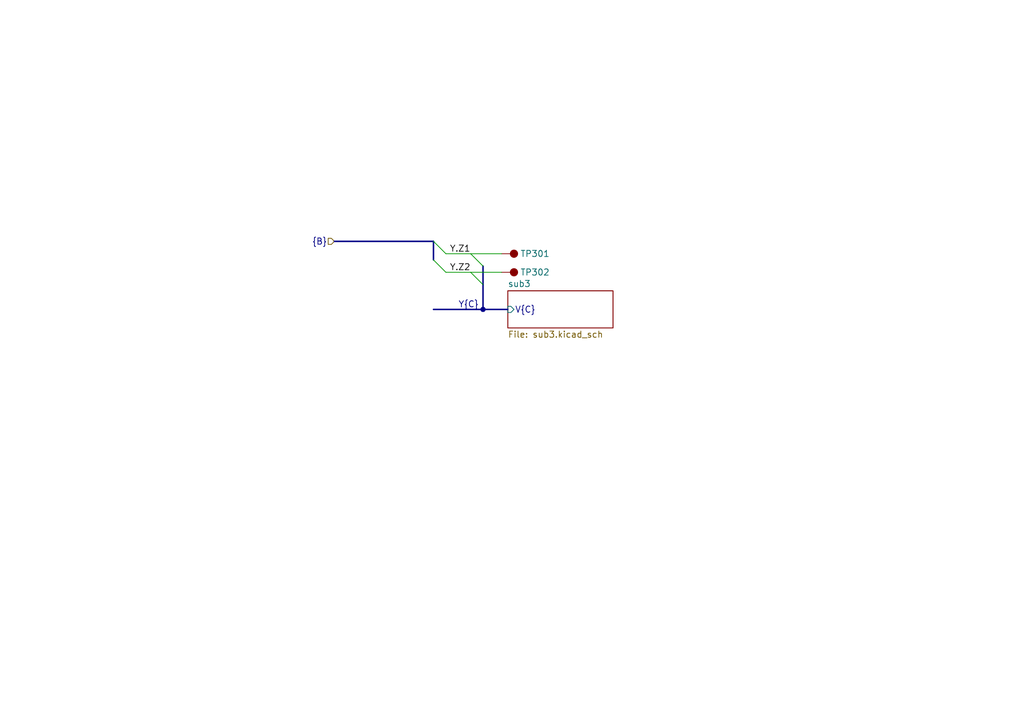
<source format=kicad_sch>
(kicad_sch (version 20231120) (generator "eeschema") (generator_version "8.0")
  (paper "A5")
  (lib_symbols
    (symbol "Mechanical:TST-01025" (pin_numbers hide) (pin_names (offset 1.016) hide) (in_bom no)
      (property "Reference" "TP" (at 3.81 0 0))
      (symbol "TST-01025_0_1"
        (circle (center 2.54 0) (radius 0.762) (fill (type outline)))
      )
      (symbol "TST-01025_1_1"
        (pin passive line (at 0 0 0) (length 2.54) (name "~") (number "1"))
      )
    )
  )
  (junction (at 99.06 63.5))
  (bus_entry (at 88.9 49.53) (size 2.54 2.54))
  (bus_entry (at 99.06 54.61) (size -2.54 -2.54))
  (bus_entry (at 91.44 55.88) (size -2.54 -2.54))
  (bus_entry (at 99.06 58.42) (size -2.54 -2.54))
  (wire (pts (xy 91.44 55.88) (xy 96.52 55.88)))
  (wire (pts (xy 96.52 52.07) (xy 102.87 52.07)))
  (bus (pts (xy 68.58 49.53) (xy 88.9 49.53)))
  (wire (pts (xy 91.44 52.07) (xy 96.52 52.07)))
  (bus (pts (xy 99.06 54.61) (xy 99.06 58.42)))
  (bus (pts (xy 99.06 63.5) (xy 104.14 63.5)))
  (bus (pts (xy 99.06 58.42) (xy 99.06 63.5)))
  (wire (pts (xy 96.52 55.88) (xy 102.87 55.88)))
  (bus (pts (xy 88.9 49.53) (xy 88.9 53.34)))
  (bus (pts (xy 88.9 63.5) (xy 99.06 63.5)))
  (label "Y.Z1" (at 96.52 52.07 180))
  (label "Y{C}" (at 93.98 63.5 0))
  (label "Y.Z2" (at 96.52 55.88 180))
  (hierarchical_label "{B}" (shape input) (at 68.58 49.53 180))
  (symbol (lib_id "Mechanical:TST-01025") (at 102.87 55.88 0) (unit 1) (in_bom no)
    (property "Reference" "TP302" (at 106.68 55.88 0) (effects (justify left)))
    (property "Value" "TST-01025" (effects (hide yes)))
    (property "Description" "Test point, 25mils" (effects (hide yes)))
  )
  (symbol (lib_id "Mechanical:TST-01025") (at 102.87 52.07 0) (unit 1) (in_bom no)
    (property "Reference" "TP301" (at 106.68 52.07 0) (effects (justify left)))
    (property "Value" "TST-01025" (effects (hide yes)))
    (property "Description" "Test point, 25mils" (effects (hide yes)))
  )
  (sheet (at 104.14 59.69) (size 21.59 7.62) (stroke (width 0.1524))
    (property "Sheetname" "sub3" (at 104.14 58.9784 0) (effects (justify left bottom)))
    (property "Sheetfile" "sub3.kicad_sch" (at 104.14 67.8946 0) (effects (justify left top)))
    (pin "V{C}" input (at 104.14 63.5 180))
  )
)
</source>
